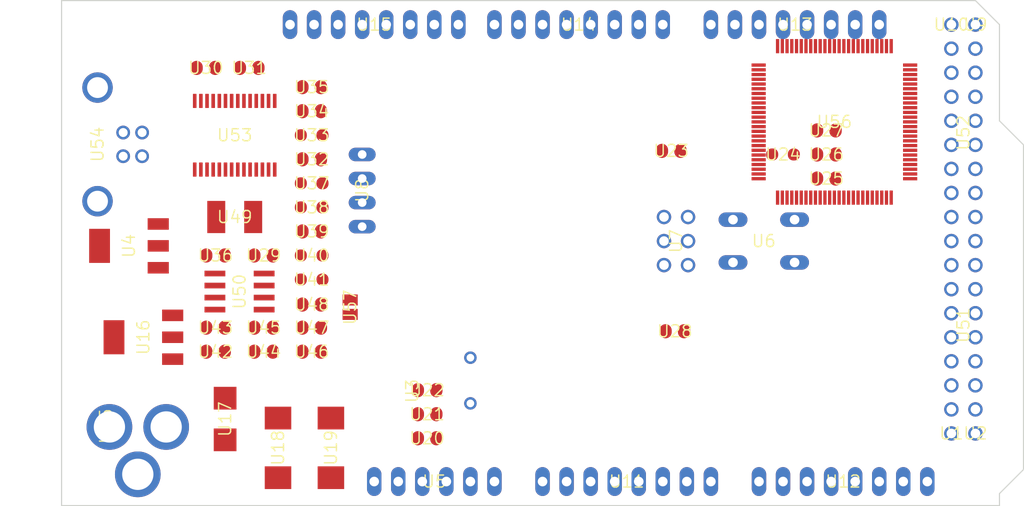
<source format=kicad_pcb>
(kicad_pcb (version 20221018) (generator pcbnew)
  (layers (0 "F.Cu" signal "Top") (31 "B.Cu" signal "Bottom") (34 "B.Paste" user) (35 "F.Paste" user) (36 "B.SilkS" user "B.Silkscreen") (37 "F.SilkS" user "F.Silkscreen") (38 "B.Mask" user) (39 "F.Mask" user) (44 "Edge.Cuts" user))
  (net 0 "")
  (net 1 "+5V")
  (net 2 "GND")
  (net 3 "N$6")
  (net 4 "N$7")
  (net 5 "AREF")
  (net 6 "RESET")
  (net 7 "VIN")
  (net 8 "N$3")
  (net 9 "PWRIN")
  (net 10 "M8RXD")
  (net 11 "M8TXD")
  (net 12 "ADC0")
  (net 13 "ADC2")
  (net 14 "ADC1")
  (net 15 "ADC3")
  (net 16 "ADC4")
  (net 17 "ADC5")
  (net 18 "ADC6")
  (net 19 "ADC7")
  (net 20 "+3V3")
  (net 21 "SDA")
  (net 22 "SCL")
  (net 23 "ADC9")
  (net 24 "ADC8")
  (net 25 "ADC10")
  (net 26 "ADC11")
  (net 27 "ADC12")
  (net 28 "ADC13")
  (net 29 "ADC14")
  (net 30 "ADC15")
  (net 31 "PB3")
  (net 32 "PB2")
  (net 33 "PB1")
  (net 34 "PB5")
  (net 35 "PB4")
  (net 36 "PE5")
  (net 37 "PE4")
  (net 38 "PE3")
  (net 39 "PE1")
  (net 40 "PE0")
  (net 41 "N$15")
  (net 42 "N$53")
  (net 43 "N$54")
  (net 44 "N$55")
  (net 45 "D-")
  (net 46 "D+")
  (net 47 "N$60")
  (net 48 "DTR")
  (net 49 "USBVCC")
  (net 50 "N$2")
  (net 51 "N$4")
  (net 52 "GATE_CMD")
  (net 53 "CMP")
  (net 54 "PB6")
  (net 55 "PH3")
  (net 56 "PH4")
  (net 57 "PH5")
  (net 58 "PH6")
  (net 59 "PG5")
  (net 60 "RXD1")
  (net 61 "TXD1")
  (net 62 "RXD2")
  (net 63 "RXD3")
  (net 64 "TXD2")
  (net 65 "TXD3")
  (net 66 "PC0")
  (net 67 "PC1")
  (net 68 "PC2")
  (net 69 "PC3")
  (net 70 "PC4")
  (net 71 "PC5")
  (net 72 "PC6")
  (net 73 "PC7")
  (net 74 "PB0")
  (net 75 "PG0")
  (net 76 "PG1")
  (net 77 "PG2")
  (net 78 "PD7")
  (net 79 "PA0")
  (net 80 "PA1")
  (net 81 "PA2")
  (net 82 "PA3")
  (net 83 "PA4")
  (net 84 "PA5")
  (net 85 "PA6")
  (net 86 "PA7")
  (net 87 "PL0")
  (net 88 "PL1")
  (net 89 "PL2")
  (net 90 "PL3")
  (net 91 "PL4")
  (net 92 "PL5")
  (net 93 "PL6")
  (net 94 "PL7")
  (net 95 "PB7")
  (net 96 "CTS")
  (net 97 "DSR")
  (net 98 "DCD")
  (net 99 "RI")
  (footprint "Arduino_MEGA_Reference_Design:2X03" (layer "F.Cu") (at 162.5981 103.7336 -90)
    (fp_text reference "U7")
    (fp_text value "")
  )
  (footprint "Arduino_MEGA_Reference_Design:1X08" (layer "F.Cu") (at 152.3111 80.8736 180)
    (fp_text reference "U14")
    (fp_text value "")
  )
  (footprint "Arduino_MEGA_Reference_Design:1X08" (layer "F.Cu") (at 130.7211 80.8736 180)
    (fp_text reference "U15")
    (fp_text value "")
  )
  (footprint "Arduino_MEGA_Reference_Design:SMC_D" (layer "F.Cu") (at 120.5611 125.5776 -90)
    (fp_text reference "U18")
    (fp_text value "")
  )
  (footprint "Arduino_MEGA_Reference_Design:SMC_D" (layer "F.Cu") (at 126.1491 125.5776 -90)
    (fp_text reference "U19")
    (fp_text value "")
  )
  (footprint "Arduino_MEGA_Reference_Design:B3F-10XX" (layer "F.Cu") (at 171.8691 103.7336 180)
    (fp_text reference "U6")
    (fp_text value "")
  )
  (footprint "Arduino_MEGA_Reference_Design:0805RND" (layer "F.Cu") (at 173.9011 94.5896 180)
    (fp_text reference "U24")
    (fp_text value "")
  )
  (footprint "Arduino_MEGA_Reference_Design:SMB" (layer "F.Cu") (at 114.9731 122.5296 -90)
    (fp_text reference "U17")
    (fp_text value "")
  )
  (footprint "Arduino_MEGA_Reference_Design:DC-21MM" (layer "F.Cu") (at 103.0351 123.2916 90)
    (fp_text reference "U55")
    (fp_text value "")
  )
  (footprint "Arduino_MEGA_Reference_Design:HC49_S" (layer "F.Cu") (at 140.8811 118.4656 90)
    (fp_text reference "U3")
    (fp_text value "")
  )
  (footprint "Arduino_MEGA_Reference_Design:SOT223" (layer "F.Cu") (at 106.3371 113.8936 90)
    (fp_text reference "U16")
    (fp_text value "")
  )
  (footprint "Arduino_MEGA_Reference_Design:1X06" (layer "F.Cu") (at 137.0711 129.1336)
    (fp_text reference "U5")
    (fp_text value "")
  )
  (footprint "Arduino_MEGA_Reference_Design:C0805RND" (layer "F.Cu") (at 124.1171 87.4776)
    (fp_text reference "U35")
    (fp_text value "")
  )
  (footprint "Arduino_MEGA_Reference_Design:C0805RND" (layer "F.Cu") (at 162.4711 113.2586)
    (fp_text reference "U28")
    (fp_text value "")
  )
  (footprint "Arduino_MEGA_Reference_Design:C0805RND" (layer "F.Cu") (at 136.3091 122.0216)
    (fp_text reference "U21")
    (fp_text value "")
  )
  (footprint "Arduino_MEGA_Reference_Design:C0805RND" (layer "F.Cu") (at 136.3091 119.4816)
    (fp_text reference "U22")
    (fp_text value "")
  )
  (footprint "Arduino_MEGA_Reference_Design:C0805RND" (layer "F.Cu") (at 113.9571 112.8776)
    (fp_text reference "U43")
    (fp_text value "")
  )
  (footprint "Arduino_MEGA_Reference_Design:RCL_0805RND" (layer "F.Cu") (at 124.1171 105.2576)
    (fp_text reference "U40")
    (fp_text value "")
  )
  (footprint "Arduino_MEGA_Reference_Design:RCL_0805RND" (layer "F.Cu") (at 124.1171 107.7976)
    (fp_text reference "U41")
    (fp_text value "")
  )
  (footprint "Arduino_MEGA_Reference_Design:1X08" (layer "F.Cu") (at 157.3911 129.1336)
    (fp_text reference "U11")
    (fp_text value "")
  )
  (footprint "Arduino_MEGA_Reference_Design:1X08" (layer "F.Cu") (at 175.1711 80.8736 180)
    (fp_text reference "U13")
    (fp_text value "")
  )
  (footprint "Arduino_MEGA_Reference_Design:R0805RND" (layer "F.Cu") (at 178.4731 94.5896 180)
    (fp_text reference "U26")
    (fp_text value "")
  )
  (footprint "Arduino_MEGA_Reference_Design:R0805RND" (layer "F.Cu") (at 178.4731 92.0496 180)
    (fp_text reference "U27")
    (fp_text value "")
  )
  (footprint "Arduino_MEGA_Reference_Design:TQFP100" (layer "F.Cu") (at 179.32598876953125 91.14759826660156 0)
    (fp_text reference "U56")
    (fp_text value "")
  )
  (footprint "Arduino_MEGA_Reference_Design:C0805RND" (layer "F.Cu") (at 162.0901 94.2086 180)
    (fp_text reference "U23")
    (fp_text value "")
  )
  (footprint "Arduino_MEGA_Reference_Design:C0805RND" (layer "F.Cu") (at 136.3091 124.5616)
    (fp_text reference "U20")
    (fp_text value "")
  )
  (footprint "Arduino_MEGA_Reference_Design:1X08" (layer "F.Cu") (at 180.2511 129.1336)
    (fp_text reference "U12")
    (fp_text value "")
  )
  (footprint "Arduino_MEGA_Reference_Design:R0805RND" (layer "F.Cu") (at 124.1171 112.8776)
    (fp_text reference "U47")
    (fp_text value "")
  )
  (footprint "Arduino_MEGA_Reference_Design:C0805RND" (layer "F.Cu") (at 124.1171 115.4176)
    (fp_text reference "U46")
    (fp_text value "")
  )
  (footprint "Arduino_MEGA_Reference_Design:C0805RND" (layer "F.Cu") (at 113.9571 105.2576)
    (fp_text reference "U36")
    (fp_text value "")
  )
  (footprint "Arduino_MEGA_Reference_Design:C0805RND" (layer "F.Cu") (at 112.9411 85.4456)
    (fp_text reference "U30")
    (fp_text value "")
  )
  (footprint "Arduino_MEGA_Reference_Design:0805RND" (layer "F.Cu") (at 124.1171 100.1776 180)
    (fp_text reference "U38")
    (fp_text value "")
  )
  (footprint "Arduino_MEGA_Reference_Design:0805RND" (layer "F.Cu") (at 124.1171 97.6376 180)
    (fp_text reference "U37")
    (fp_text value "")
  )
  (footprint "Arduino_MEGA_Reference_Design:R0805RND" (layer "F.Cu") (at 124.1171 95.0976)
    (fp_text reference "U32")
    (fp_text value "")
  )
  (footprint "Arduino_MEGA_Reference_Design:R0805RND" (layer "F.Cu") (at 124.1171 102.7176)
    (fp_text reference "U39")
    (fp_text value "")
  )
  (footprint "Arduino_MEGA_Reference_Design:SSOP28" (layer "F.Cu") (at 115.9891 92.5576)
    (fp_text reference "U53")
    (fp_text value "")
  )
  (footprint "Arduino_MEGA_Reference_Design:PN61729" (layer "F.Cu") (at 98.9584 93.5228 -90)
    (fp_text reference "U54")
    (fp_text value "")
  )
  (footprint "Arduino_MEGA_Reference_Design:L1812" (layer "F.Cu") (at 115.9891 101.1936)
    (fp_text reference "U49")
    (fp_text value "")
  )
  (footprint "Arduino_MEGA_Reference_Design:C0805RND" (layer "F.Cu") (at 117.5131 85.4456)
    (fp_text reference "U31")
    (fp_text value "")
  )
  (footprint "Arduino_MEGA_Reference_Design:0805RND" (layer "F.Cu") (at 124.1171 92.5576 180)
    (fp_text reference "U33")
    (fp_text value "")
  )
  (footprint "Arduino_MEGA_Reference_Design:R0805RND" (layer "F.Cu") (at 124.1171 90.0176 180)
    (fp_text reference "U34")
    (fp_text value "")
  )
  (footprint "Arduino_MEGA_Reference_Design:C0805RND" (layer "F.Cu") (at 124.1171 110.4392 180)
    (fp_text reference "U48")
    (fp_text value "")
  )
  (footprint "Arduino_MEGA_Reference_Design:SOT223" (layer "F.Cu") (at 104.8131 104.2416 90)
    (fp_text reference "U4")
    (fp_text value "")
  )
  (footprint "Arduino_MEGA_Reference_Design:SO08" (layer "F.Cu") (at 116.4971 109.0676 -90)
    (fp_text reference "U50")
    (fp_text value "")
  )
  (footprint "Arduino_MEGA_Reference_Design:R0805RND" (layer "F.Cu") (at 113.9571 115.4176 180)
    (fp_text reference "U42")
    (fp_text value "")
  )
  (footprint "Arduino_MEGA_Reference_Design:R0805RND" (layer "F.Cu") (at 119.0371 112.8776 180)
    (fp_text reference "U45")
    (fp_text value "")
  )
  (footprint "Arduino_MEGA_Reference_Design:C0805RND" (layer "F.Cu") (at 119.0371 115.4176 180)
    (fp_text reference "U44")
    (fp_text value "")
  )
  (footprint "Arduino_MEGA_Reference_Design:C0805RND" (layer "F.Cu") (at 119.0371 105.2576)
    (fp_text reference "U29")
    (fp_text value "")
  )
  (footprint "Arduino_MEGA_Reference_Design:2X08" (layer "F.Cu") (at 192.9511 92.3036 90)
    (fp_text reference "U52")
    (fp_text value "")
  )
  (footprint "Arduino_MEGA_Reference_Design:2X08" (layer "F.Cu") (at 192.9511 112.6236 90)
    (fp_text reference "U51")
    (fp_text value "")
  )
  (footprint "Arduino_MEGA_Reference_Design:R0805RND" (layer "F.Cu") (at 178.4731 97.1296 180)
    (fp_text reference "U25")
    (fp_text value "")
  )
  (footprint "Arduino_MEGA_Reference_Design:1X01" (layer "F.Cu") (at 191.6811 80.8736)
    (fp_text reference "U10")
    (fp_text value "")
  )
  (footprint "Arduino_MEGA_Reference_Design:1X01" (layer "F.Cu") (at 194.2211 80.8736)
    (fp_text reference "U9")
    (fp_text value "")
  )
  (footprint "Arduino_MEGA_Reference_Design:1X01" (layer "F.Cu") (at 191.6811 124.0536)
    (fp_text reference "U1")
    (fp_text value "")
  )
  (footprint "Arduino_MEGA_Reference_Design:1X01" (layer "F.Cu") (at 194.2211 124.0536)
    (fp_text reference "U2")
    (fp_text value "")
  )
  (footprint "Arduino_MEGA_Reference_Design:SJ" (layer "F.Cu") (at 128.1811 110.7186 -90)
    (fp_text reference "U57")
    (fp_text value "")
  )
  (footprint "Arduino_MEGA_Reference_Design:JP4" (layer "F.Cu") (at 129.4511 98.3996 -90)
    (fp_text reference "U8")
    (fp_text value "")
  )
  (gr_line (start 196.7611 80.8736) (end 196.7611 91.0336) (layer "Edge.Cuts") (width 0.12))
  (gr_line (start 196.7611 130.4036) (end 196.7611 131.6736) (layer "Edge.Cuts") (width 0.12))
  (gr_line (start 194.2211 78.3336) (end 196.7611 80.8736) (layer "Edge.Cuts") (width 0.12))
  (gr_line (start 97.7011 78.3336) (end 194.2211 78.3336) (layer "Edge.Cuts") (width 0.12))
  (gr_line (start 196.7611 91.0336) (end 199.3011 93.5736) (layer "Edge.Cuts") (width 0.12))
  (gr_line (start 97.7011 131.6736) (end 97.7011 78.3336) (layer "Edge.Cuts") (width 0.12))
  (gr_line (start 196.7611 131.6736) (end 97.7011 131.6736) (layer "Edge.Cuts") (width 0.12))
  (gr_line (start 199.3011 93.5736) (end 199.3011 127.8636) (layer "Edge.Cuts") (width 0.12))
  (gr_line (start 199.3011 127.8636) (end 196.7611 130.4036) (layer "Edge.Cuts") (width 0.12))
)
</source>
